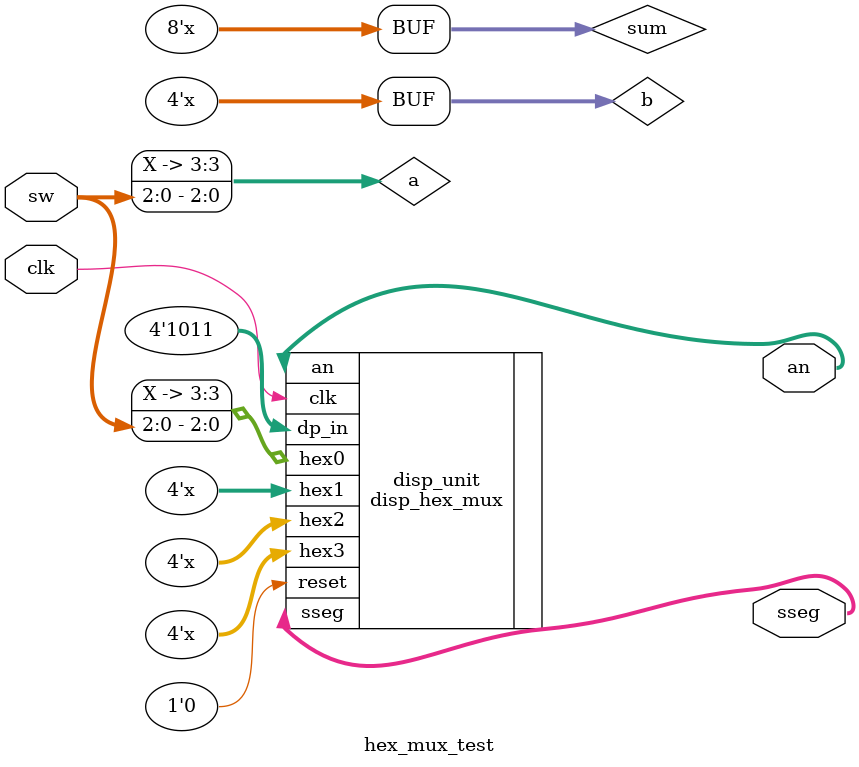
<source format=v>

module hex_mux_test
    (
     input wire clk,
     input wire [2:0] sw,
     output wire [3:0] an,
     output wire [7:0] sseg
    );
    
    // signal declaration
    wire [3:0] a, b;
    wire [7:0] sum;
    
    // instantiate 7-seg LED display module
    disp_hex_mux disp_unit (.clk(clk), .reset(1'b0), .hex3(sum[7:4]), .hex2(sum[3:0]), .hex1(b), .hex0(a), .dp_in(4'b1011), .an(an), .sseg(sseg));
    
    // adder
    assign a = sw[3:0];
    assign b = sw[7:4];
    assign sum = {4'b0, a} + {4'b0, b};
    
endmodule
</source>
